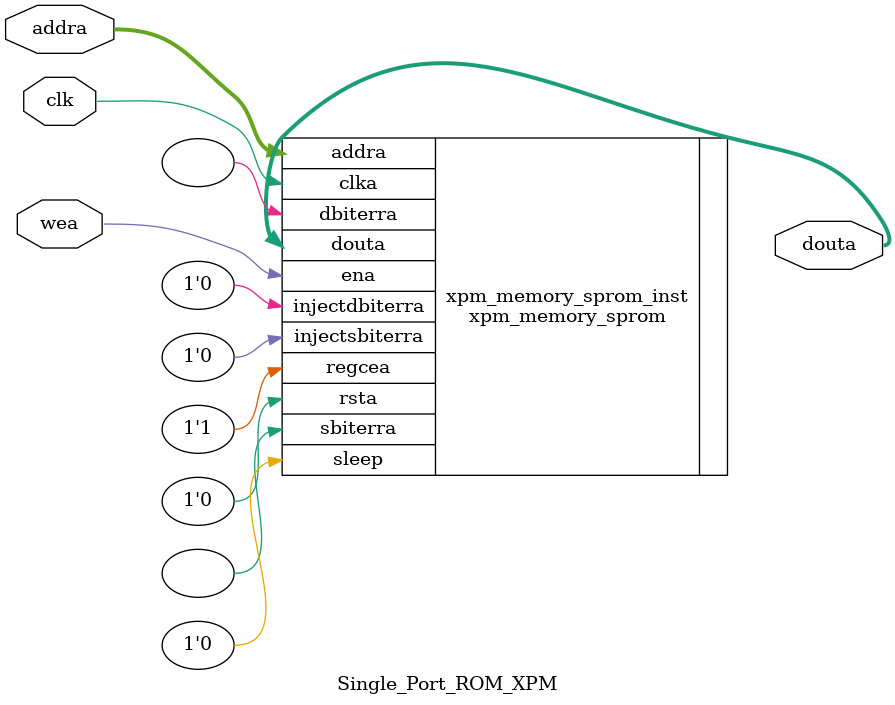
<source format=v>
`timescale 1 ns / 1 ps
module Single_Port_ROM_XPM #(

    parameter integer WADDR_WIDTH            =    32,
    parameter integer RDATA_WIDTH            =    32,
    parameter integer MEMORY_SIZE            =    2048,    
    parameter integer READ_LATENCY           =    3

    
    )
    (
    input  wire                                              clk            ,
    input  wire                                              wea            ,
    input  wire[WADDR_WIDTH-1:0]                             addra          ,   
    output wire[RDATA_WIDTH-1:0]                             douta          

    );



   // xpm_memory_sprom: Single Port ROM
   // Xilinx Parameterized Macro, version 2020.2

   xpm_memory_sprom #(
      .ADDR_WIDTH_A(WADDR_WIDTH),      // DECIMAL
      .AUTO_SLEEP_TIME(0),             // DECIMAL
      .CASCADE_HEIGHT(0),              // DECIMAL
      .ECC_MODE("no_ecc"),             // String
      .MEMORY_INIT_FILE("sin.coe"),    // String  "<filename>.mem" //xxxxx.coe                                                            
      .MEMORY_INIT_PARAM("0"),         // String
      .MEMORY_OPTIMIZATION("true"),    // String
      .MEMORY_PRIMITIVE("block"),      // String
      .MEMORY_SIZE(MEMORY_SIZE),       // DECIMAL
      .MESSAGE_CONTROL(0),             // DECIMAL
      .READ_DATA_WIDTH_A(RDATA_WIDTH), // DECIMAL
      .READ_LATENCY_A(READ_LATENCY),   // DECIMAL
      .READ_RESET_VALUE_A("0"),        // String
      .RST_MODE_A("SYNC"),             // String
      .SIM_ASSERT_CHK(0),              // DECIMAL; 0=disable simulation messages, 1=enable simulation messages
      .USE_MEM_INIT(0),                // DECIMAL
      .WAKEUP_TIME("disable_sleep")    // String
   )
   xpm_memory_sprom_inst (
      .dbiterra( ),                    // 1-bit output: Leave open.
      .douta(douta),                   // READ_DATA_WIDTH_A-bit output: Data output for port A read operations.
      .sbiterra( ),                    // 1-bit output: Leave open.
      .addra(addra),                   // ADDR_WIDTH_A-bit input: Address for port A read operations.
      .clka(clk),                      // 1-bit input: Clock signal for port A.
      .ena(wea),                       // 1-bit input: Memory enable signal for port A. Must be high on clock
                                       // cycles when read operations are initiated. Pipelined internally.

      .injectdbiterra(1'b0),           // 1-bit input: Do not change from the provided value.
      .injectsbiterra(1'b0),           // 1-bit input: Do not change from the provided value.
      .regcea(1'b1),                   // 1-bit input: Do not change from the provided value.
      .rsta(1'b0),                     // 1-bit input: Reset signal for the final port A output register stage.
                                       // Synchronously resets output port douta to the value specified by
                                       // parameter READ_RESET_VALUE_A.
      .sleep(1'b0)                     // 1-bit input: sleep signal to enable the dynamic power saving feature.
   );
   
   
              
              
              
endmodule      


 // XPM_MEMORY instantiation template for Single Port ROM configurations
// Refer to the targeted device family architecture libraries guide for XPM_MEMORY documentation
// =======================================================================================================================

// Parameter usage table, organized as follows:
// +---------------------------------------------------------------------------------------------------------------------+
// | Parameter name       | Data type          | Restrictions, if applicable                                             |
// |---------------------------------------------------------------------------------------------------------------------|
// | Description                                                                                                         |
// +---------------------------------------------------------------------------------------------------------------------+
// +---------------------------------------------------------------------------------------------------------------------+
// | ADDR_WIDTH_A         | Integer            | Range: 1 - 20. Default value = 6.                                       |
// |---------------------------------------------------------------------------------------------------------------------|
// | Specify the width of the port A address port addra, in bits.                                                        |
// | Must be large enough to access the entire memory from port A, i.e. &gt;= $clog2(MEMORY_SIZE/READ_DATA_WIDTH_A).     |
// +---------------------------------------------------------------------------------------------------------------------+
// | AUTO_SLEEP_TIME      | Integer            | Range: 0 - 15. Default value = 0.                                       |
// |---------------------------------------------------------------------------------------------------------------------|
// | Must be set to 0                                                                                                    |
// | 0 - Disable auto-sleep feature                                                                                      |
// +---------------------------------------------------------------------------------------------------------------------+
// | CASCADE_HEIGHT       | Integer            | Range: 0 - 64. Default value = 0.                                       |
// |---------------------------------------------------------------------------------------------------------------------|
// | 0- No Cascade Height, Allow Vivado Synthesis to choose.                                                             |
// | 1 or more - Vivado Synthesis sets the specified value as Cascade Height.                                            |
// +---------------------------------------------------------------------------------------------------------------------+
// | ECC_MODE             | String             | Allowed values: no_ecc, both_encode_and_decode, decode_only, encode_only. Default value = no_ecc.|
// |---------------------------------------------------------------------------------------------------------------------|
// |                                                                                                                     |
// |   "no_ecc" - Disables ECC                                                                                           |
// |   "encode_only" - Enables ECC Encoder only                                                                          |
// |   "decode_only" - Enables ECC Decoder only                                                                          |
// |   "both_encode_and_decode" - Enables both ECC Encoder and Decoder                                                   |
// +---------------------------------------------------------------------------------------------------------------------+
// | MEMORY_INIT_FILE     | String             | Default value = none.                                                   |
// |---------------------------------------------------------------------------------------------------------------------|
// | Specify "none" (including quotes) for no memory initialization, or specify the name of a memory initialization file-|
// | Enter only the name of the file with .mem extension, including quotes but without path (e.g. "my_file.mem").        |
// | File format must be ASCII and consist of only hexadecimal values organized into the specified depth by              |
// | narrowest data width generic value of the memory. See the Memory File (MEM) section for more                        |
// | information on the syntax. Initialization of memory happens through the file name specified only when parameter     |
// | MEMORY_INIT_PARAM value is equal to "".                                                                             |
// | When using XPM_MEMORY in a project, add the specified file to the Vivado project as a design source.                |
// +---------------------------------------------------------------------------------------------------------------------+
// | MEMORY_INIT_PARAM    | String             | Default value = 0.                                                      |
// |---------------------------------------------------------------------------------------------------------------------|
// | Specify "" or "0" (including quotes) for no memory initialization through parameter, or specify the string          |
// | containing the hex characters. Enter only hex characters with each location separated by delimiter (,).             |
// | Parameter format must be ASCII and consist of only hexadecimal values organized into the specified depth by         |
// | narrowest data width generic value of the memory.For example, if the narrowest data width is 8, and the depth of    |
// | memory is 8 locations, then the parameter value should be passed as shown below.                                    |
// | parameter MEMORY_INIT_PARAM = "AB,CD,EF,1,2,34,56,78"                                                               |
// | Where "AB" is the 0th location and "78" is the 7th location.                                                        |
// +---------------------------------------------------------------------------------------------------------------------+
// | MEMORY_OPTIMIZATION  | String             | Allowed values: true, false. Default value = true.                      |
// |---------------------------------------------------------------------------------------------------------------------|
// | Specify "true" to enable the optimization of unused memory or bits in the memory structure. Specify "false" to      |
// | disable the optimization of unused memory or bits in the memory structure.                                          |
// +---------------------------------------------------------------------------------------------------------------------+
// | MEMORY_PRIMITIVE     | String             | Allowed values: auto, block, distributed, ultra. Default value = auto.  |
// |---------------------------------------------------------------------------------------------------------------------|
// | Designate the memory primitive (resource type) to use-                                                              |
// | "auto"- Allow Vivado Synthesis to choose                                                                            |
// | "distributed"- Distributed memory                                                                                   |
// | "block"- Block memory                                                                                               |
// +---------------------------------------------------------------------------------------------------------------------+
// | MEMORY_SIZE          | Integer            | Range: 2 - 150994944. Default value = 2048.                             |
// |---------------------------------------------------------------------------------------------------------------------|
// | Specify the total memory array size, in bits.                                                                       |
// | For example, enter 65536 for a 2kx32 ROM.                                                                           |
// +---------------------------------------------------------------------------------------------------------------------+
// | MESSAGE_CONTROL      | Integer            | Range: 0 - 1. Default value = 0.                                        |
// |---------------------------------------------------------------------------------------------------------------------|
// | Specify 1 to enable the dynamic message reporting such as collision warnings, and 0 to disable the message reporting|
// +---------------------------------------------------------------------------------------------------------------------+
// | READ_DATA_WIDTH_A    | Integer            | Range: 1 - 4608. Default value = 32.                                    |
// |---------------------------------------------------------------------------------------------------------------------|
// | Specify the width of the port A read data output port douta, in bits.                                               |
// +---------------------------------------------------------------------------------------------------------------------+
// | READ_LATENCY_A       | Integer            | Range: 0 - 100. Default value = 2.                                      |
// |---------------------------------------------------------------------------------------------------------------------|
// | Specify the number of register stages in the port A read data pipeline. Read data output to port douta takes this   |
// | number of clka cycles.                                                                                              |
// | To target block memory, a value of 1 or larger is required- 1 causes use of memory latch only; 2 causes use of      |
// | output register. To target distributed memory, a value of 0 or larger is required- 0 indicates combinatorial output.|
// | Values larger than 2 synthesize additional flip-flops that are not retimed into memory primitives.                  |
// +---------------------------------------------------------------------------------------------------------------------+
// | READ_RESET_VALUE_A   | String             | Default value = 0.                                                      |
// |---------------------------------------------------------------------------------------------------------------------|
// | Specify the reset value of the port A final output register stage in response to rsta input port is assertion.      |
// | For example, to reset the value of port douta to all 0s when READ_DATA_WIDTH_A is 32, specify 32HHHHh0.             |
// +---------------------------------------------------------------------------------------------------------------------+
// | RST_MODE_A           | String             | Allowed values: SYNC, ASYNC. Default value = SYNC.                      |
// |---------------------------------------------------------------------------------------------------------------------|
// | Describes the behaviour of the reset                                                                                |
// |                                                                                                                     |
// |   "SYNC" - when reset is applied, synchronously resets output port douta to the value specified by parameter READ_RESET_VALUE_A|
// |   "ASYNC" - when reset is applied, asynchronously resets output port douta to zero                                  |
// +---------------------------------------------------------------------------------------------------------------------+
// | SIM_ASSERT_CHK       | Integer            | Range: 0 - 1. Default value = 0.                                        |
// |---------------------------------------------------------------------------------------------------------------------|
// | 0- Disable simulation message reporting. Messages related to potential misuse will not be reported.                 |
// | 1- Enable simulation message reporting. Messages related to potential misuse will be reported.                      |
// +---------------------------------------------------------------------------------------------------------------------+
// | USE_MEM_INIT         | Integer            | Range: 0 - 1. Default value = 1.                                        |
// |---------------------------------------------------------------------------------------------------------------------|
// | Specify 1 to enable the generation of below message and 0 to disable generation of the following message completely.|
// | "INFO - MEMORY_INIT_FILE and MEMORY_INIT_PARAM together specifies no memory initialization.                         |
// | Initial memory contents will be all 0s."                                                                            |
// | NOTE: This message gets generated only when there is no Memory Initialization specified either through file or      |
// | Parameter.                                                                                                          |
// +---------------------------------------------------------------------------------------------------------------------+
// | WAKEUP_TIME          | String             | Allowed values: disable_sleep, use_sleep_pin. Default value = disable_sleep.|
// |---------------------------------------------------------------------------------------------------------------------|
// | Specify "disable_sleep" to disable dynamic power saving option, and specify "use_sleep_pin" to enable the           |
// | dynamic power saving option                                                                                         |
// +---------------------------------------------------------------------------------------------------------------------+

// Port usage table, organized as follows:
// +---------------------------------------------------------------------------------------------------------------------+
// | Port name      | Direction | Size, in bits                         | Domain  | Sense       | Handling if unused     |
// |---------------------------------------------------------------------------------------------------------------------|
// | Description                                                                                                         |
// +---------------------------------------------------------------------------------------------------------------------+
// +---------------------------------------------------------------------------------------------------------------------+
// | addra          | Input     | ADDR_WIDTH_A                          | clka    | NA          | Required               |
// |---------------------------------------------------------------------------------------------------------------------|
// | Address for port A read operations.                                                                                 |
// +---------------------------------------------------------------------------------------------------------------------+
// | clka           | Input     | 1                                     | NA      | Rising edge | Required               |
// |---------------------------------------------------------------------------------------------------------------------|
// | Clock signal for port A.                                                                                            |
// +---------------------------------------------------------------------------------------------------------------------+
// | dbiterra       | Output    | 1                                     | clka    | Active-high | DoNotCare              |
// |---------------------------------------------------------------------------------------------------------------------|
// | Leave open.                                                                                                         |
// +---------------------------------------------------------------------------------------------------------------------+
// | douta          | Output    | READ_DATA_WIDTH_A                     | clka    | NA          | Required               |
// |---------------------------------------------------------------------------------------------------------------------|
// | Data output for port A read operations.                                                                             |
// +---------------------------------------------------------------------------------------------------------------------+
// | ena            | Input     | 1                                     | clka    | Active-high | Required               |
// |---------------------------------------------------------------------------------------------------------------------|
// | Memory enable signal for port A.                                                                                    |
// | Must be high on clock cycles when read operations are initiated. Pipelined internally.                              |
// +---------------------------------------------------------------------------------------------------------------------+
// | injectdbiterra | Input     | 1                                     | clka    | Active-high | Tie to 1'b0            |
// |---------------------------------------------------------------------------------------------------------------------|
// | Do not change from the provided value.                                                                              |
// +---------------------------------------------------------------------------------------------------------------------+
// | injectsbiterra | Input     | 1                                     | clka    | Active-high | Tie to 1'b0            |
// |---------------------------------------------------------------------------------------------------------------------|
// | Do not change from the provided value.                                                                              |
// +---------------------------------------------------------------------------------------------------------------------+
// | regcea         | Input     | 1                                     | clka    | Active-high | Tie to 1'b1            |
// |---------------------------------------------------------------------------------------------------------------------|
// | Do not change from the provided value.                                                                              |
// +---------------------------------------------------------------------------------------------------------------------+
// | rsta           | Input     | 1                                     | clka    | Active-high | Required               |
// |---------------------------------------------------------------------------------------------------------------------|
// | Reset signal for the final port A output register stage.                                                            |
// | Synchronously resets output port douta to the value specified by parameter READ_RESET_VALUE_A.                      |
// +---------------------------------------------------------------------------------------------------------------------+
// | sbiterra       | Output    | 1                                     | clka    | Active-high | DoNotCare              |
// |---------------------------------------------------------------------------------------------------------------------|
// | Leave open.                                                                                                         |
// +---------------------------------------------------------------------------------------------------------------------+
// | sleep          | Input     | 1                                     | NA      | Active-high | Tie to 1'b0            |
// |---------------------------------------------------------------------------------------------------------------------|
// | sleep signal to enable the dynamic power saving feature.                                                            |
// +---------------------------------------------------------------------------------------------------------------------+


// xpm_memory_sprom : In order to incorporate this function into the design,
//     Verilog      : the following instance declaration needs to be placed
//     instance     : in the body of the design code.  The instance name
//   declaration    : (xpm_memory_sprom_inst) and/or the port declarations within the
//       code       : parenthesis may be changed to properly reference and
//                  : connect this function to the design.  All inputs
//                  : and outputs must be connected.

//  Please reference the appropriate libraries guide for additional information on the XPM modules.

//  <-----Cut code below this line---->

				
				
</source>
